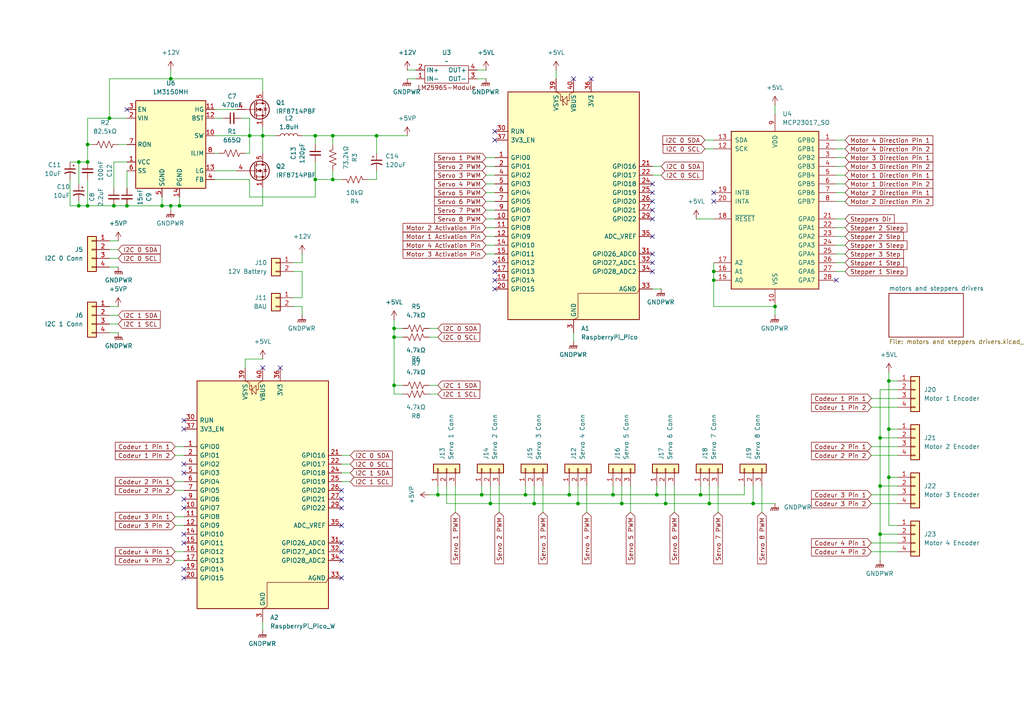
<source format=kicad_sch>
(kicad_sch (version 20250114) (generator "eeschema") (generator_version "9.0")
  (paper "A4")
  (junction (at 25.4 41.91))
  (junction (at 224.79 88.9))
  (junction (at 49.53 59.69))
  (junction (at 36.83 59.69))
  (junction (at 46.99 59.69))
  (junction (at 207.01 81.28))
  (junction (at 33.02 59.69))
  (junction (at 127 143.51))
  (junction (at 177.8 143.51))
  (junction (at 203.2 143.51))
  (junction (at 109.22 39.37))
  (junction (at 52.07 59.69))
  (junction (at 72.39 39.37))
  (junction (at 114.3 97.79))
  (junction (at 190.5 143.51))
  (junction (at 207.01 78.74))
  (junction (at 76.2 39.37))
  (junction (at 31.75 34.29))
  (junction (at 25.4 46.99))
  (junction (at 142.24 146.05))
  (junction (at 96.52 52.07))
  (junction (at 22.86 46.99))
  (junction (at 255.27 140.97))
  (junction (at 49.53 22.86))
  (junction (at 165.1 143.51))
  (junction (at 91.44 39.37))
  (junction (at 152.4 143.51))
  (junction (at 167.64 146.05))
  (junction (at 255.27 154.94))
  (junction (at 255.27 127))
  (junction (at 257.81 110.49))
  (junction (at 180.34 146.05))
  (junction (at 205.74 146.05))
  (junction (at 114.3 95.25))
  (junction (at 218.44 146.05))
  (junction (at 257.81 124.46))
  (junction (at 25.4 59.69))
  (junction (at 22.86 59.69))
  (junction (at 139.7 143.51))
  (junction (at 114.3 111.76))
  (junction (at 96.52 39.37))
  (junction (at 91.44 52.07))
  (junction (at 154.94 146.05))
  (junction (at 193.04 146.05))
  (junction (at 257.81 138.43))
  (no_connect (at 53.34 147.32))
  (no_connect (at 99.06 142.24))
  (no_connect (at 143.51 78.74))
  (no_connect (at 53.34 157.48))
  (no_connect (at 166.37 22.86))
  (no_connect (at 143.51 38.1))
  (no_connect (at 53.34 121.92))
  (no_connect (at 189.23 73.66))
  (no_connect (at 99.06 157.48))
  (no_connect (at 207.01 55.88))
  (no_connect (at 76.2 106.68))
  (no_connect (at 99.06 160.02))
  (no_connect (at 207.01 58.42))
  (no_connect (at 143.51 83.82))
  (no_connect (at 99.06 167.64))
  (no_connect (at 189.23 55.88))
  (no_connect (at 99.06 152.4))
  (no_connect (at 143.51 81.28))
  (no_connect (at 53.34 154.94))
  (no_connect (at 171.45 22.86))
  (no_connect (at 189.23 68.58))
  (no_connect (at 189.23 53.34))
  (no_connect (at 99.06 162.56))
  (no_connect (at 53.34 137.16))
  (no_connect (at 53.34 134.62))
  (no_connect (at 189.23 60.96))
  (no_connect (at 143.51 76.2))
  (no_connect (at 99.06 144.78))
  (no_connect (at 53.34 124.46))
  (no_connect (at 189.23 58.42))
  (no_connect (at 53.34 165.1))
  (no_connect (at 189.23 63.5))
  (no_connect (at 53.34 144.78))
  (no_connect (at 36.83 31.75))
  (no_connect (at 53.34 167.64))
  (no_connect (at 81.28 106.68))
  (no_connect (at 99.06 147.32))
  (no_connect (at 242.57 81.28))
  (no_connect (at 189.23 78.74))
  (no_connect (at 189.23 76.2))
  (no_connect (at 143.51 40.64))
  (wire (pts (xy 207.01 76.2) (xy 207.01 78.74)))
  (wire (pts (xy 142.24 146.05) (xy 154.94 146.05)))
  (wire (pts (xy 76.2 36.83) (xy 76.2 39.37)))
  (wire (pts (xy 252.73 132.08) (xy 260.35 132.08)))
  (wire (pts (xy 204.47 40.64) (xy 207.01 40.64)))
  (wire (pts (xy 139.7 143.51) (xy 139.7 140.97)))
  (wire (pts (xy 260.35 152.4) (xy 257.81 152.4)))
  (wire (pts (xy 255.27 113.03) (xy 255.27 127)))
  (wire (pts (xy 140.97 73.66) (xy 143.51 73.66)))
  (wire (pts (xy 25.4 41.91) (xy 26.67 41.91)))
  (wire (pts (xy 190.5 143.51) (xy 190.5 140.97)))
  (wire (pts (xy 71.12 44.45) (xy 72.39 44.45)))
  (wire (pts (xy 127 95.25) (xy 124.46 95.25)))
  (wire (pts (xy 31.75 74.93) (xy 34.29 74.93)))
  (wire (pts (xy 245.11 43.18) (xy 242.57 43.18)))
  (wire (pts (xy 245.11 50.8) (xy 242.57 50.8)))
  (wire (pts (xy 260.35 110.49) (xy 257.81 110.49)))
  (wire (pts (xy 255.27 140.97) (xy 255.27 127)))
  (wire (pts (xy 252.73 157.48) (xy 260.35 157.48)))
  (wire (pts (xy 31.75 72.39) (xy 34.29 72.39)))
  (wire (pts (xy 62.23 34.29) (xy 64.77 34.29)))
  (wire (pts (xy 203.2 143.51) (xy 203.2 140.97)))
  (wire (pts (xy 85.09 88.9) (xy 87.63 88.9)))
  (wire (pts (xy 22.86 58.42) (xy 22.86 59.69)))
  (wire (pts (xy 25.4 34.29) (xy 25.4 41.91)))
  (wire (pts (xy 142.24 146.05) (xy 142.24 140.97)))
  (wire (pts (xy 166.37 96.52) (xy 166.37 99.06)))
  (wire (pts (xy 87.63 73.66) (xy 87.63 76.2)))
  (wire (pts (xy 245.11 68.58) (xy 242.57 68.58)))
  (wire (pts (xy 140.97 48.26) (xy 143.51 48.26)))
  (wire (pts (xy 195.58 148.59) (xy 195.58 140.97)))
  (wire (pts (xy 245.11 66.04) (xy 242.57 66.04)))
  (wire (pts (xy 20.32 59.69) (xy 22.86 59.69)))
  (wire (pts (xy 180.34 146.05) (xy 193.04 146.05)))
  (wire (pts (xy 129.54 146.05) (xy 142.24 146.05)))
  (wire (pts (xy 140.97 58.42) (xy 143.51 58.42)))
  (wire (pts (xy 50.8 149.86) (xy 53.34 149.86)))
  (wire (pts (xy 170.18 148.59) (xy 170.18 140.97)))
  (wire (pts (xy 152.4 143.51) (xy 165.1 143.51)))
  (wire (pts (xy 201.93 63.5) (xy 207.01 63.5)))
  (wire (pts (xy 180.34 146.05) (xy 180.34 140.97)))
  (wire (pts (xy 109.22 44.45) (xy 109.22 39.37)))
  (wire (pts (xy 85.09 76.2) (xy 87.63 76.2)))
  (wire (pts (xy 205.74 146.05) (xy 205.74 140.97)))
  (wire (pts (xy 260.35 154.94) (xy 255.27 154.94)))
  (wire (pts (xy 109.22 52.07) (xy 106.68 52.07)))
  (wire (pts (xy 161.29 20.32) (xy 161.29 22.86)))
  (wire (pts (xy 72.39 39.37) (xy 72.39 44.45)))
  (wire (pts (xy 76.2 39.37) (xy 80.01 39.37)))
  (wire (pts (xy 22.86 46.99) (xy 25.4 46.99)))
  (wire (pts (xy 49.53 22.86) (xy 31.75 22.86)))
  (wire (pts (xy 36.83 59.69) (xy 46.99 59.69)))
  (wire (pts (xy 76.2 180.34) (xy 76.2 182.88)))
  (wire (pts (xy 87.63 39.37) (xy 91.44 39.37)))
  (wire (pts (xy 157.48 148.59) (xy 157.48 140.97)))
  (wire (pts (xy 22.86 53.34) (xy 22.86 46.99)))
  (wire (pts (xy 224.79 30.48) (xy 224.79 33.02)))
  (wire (pts (xy 72.39 39.37) (xy 76.2 39.37)))
  (wire (pts (xy 138.43 22.86) (xy 140.97 22.86)))
  (wire (pts (xy 76.2 39.37) (xy 76.2 44.45)))
  (wire (pts (xy 109.22 49.53) (xy 109.22 52.07)))
  (wire (pts (xy 72.39 52.07) (xy 62.23 52.07)))
  (wire (pts (xy 245.11 76.2) (xy 242.57 76.2)))
  (wire (pts (xy 257.81 107.95) (xy 257.81 110.49)))
  (wire (pts (xy 132.08 148.59) (xy 132.08 140.97)))
  (wire (pts (xy 144.78 148.59) (xy 144.78 140.97)))
  (wire (pts (xy 87.63 78.74) (xy 87.63 86.36)))
  (wire (pts (xy 31.75 22.86) (xy 31.75 34.29)))
  (wire (pts (xy 71.12 104.14) (xy 71.12 106.68)))
  (wire (pts (xy 76.2 59.69) (xy 52.07 59.69)))
  (wire (pts (xy 165.1 143.51) (xy 165.1 140.97)))
  (wire (pts (xy 96.52 52.07) (xy 99.06 52.07)))
  (wire (pts (xy 50.8 152.4) (xy 53.34 152.4)))
  (wire (pts (xy 167.64 146.05) (xy 180.34 146.05)))
  (wire (pts (xy 252.73 146.05) (xy 260.35 146.05)))
  (wire (pts (xy 215.9 143.51) (xy 215.9 140.97)))
  (wire (pts (xy 127 143.51) (xy 139.7 143.51)))
  (wire (pts (xy 114.3 92.71) (xy 114.3 95.25)))
  (wire (pts (xy 260.35 138.43) (xy 257.81 138.43)))
  (wire (pts (xy 99.06 137.16) (xy 101.6 137.16)))
  (wire (pts (xy 36.83 49.53) (xy 36.83 54.61)))
  (wire (pts (xy 260.35 140.97) (xy 255.27 140.97)))
  (wire (pts (xy 50.8 160.02) (xy 53.34 160.02)))
  (wire (pts (xy 114.3 114.3) (xy 116.84 114.3)))
  (wire (pts (xy 255.27 154.94) (xy 255.27 162.56)))
  (wire (pts (xy 76.2 54.61) (xy 76.2 59.69)))
  (wire (pts (xy 255.27 154.94) (xy 255.27 140.97)))
  (wire (pts (xy 34.29 96.52) (xy 31.75 96.52)))
  (wire (pts (xy 76.2 26.67) (xy 76.2 22.86)))
  (wire (pts (xy 50.8 142.24) (xy 53.34 142.24)))
  (wire (pts (xy 224.79 88.9) (xy 224.79 91.44)))
  (wire (pts (xy 177.8 143.51) (xy 177.8 140.97)))
  (wire (pts (xy 218.44 146.05) (xy 218.44 140.97)))
  (wire (pts (xy 25.4 41.91) (xy 25.4 46.99)))
  (wire (pts (xy 139.7 143.51) (xy 152.4 143.51)))
  (wire (pts (xy 257.81 138.43) (xy 257.81 124.46)))
  (wire (pts (xy 31.75 93.98) (xy 34.29 93.98)))
  (wire (pts (xy 193.04 146.05) (xy 193.04 140.97)))
  (wire (pts (xy 207.01 81.28) (xy 207.01 88.9)))
  (wire (pts (xy 91.44 39.37) (xy 91.44 41.91)))
  (wire (pts (xy 109.22 39.37) (xy 118.11 39.37)))
  (wire (pts (xy 31.75 34.29) (xy 36.83 34.29)))
  (wire (pts (xy 252.73 118.11) (xy 260.35 118.11)))
  (wire (pts (xy 154.94 146.05) (xy 167.64 146.05)))
  (wire (pts (xy 76.2 22.86) (xy 49.53 22.86)))
  (wire (pts (xy 140.97 63.5) (xy 143.51 63.5)))
  (wire (pts (xy 140.97 50.8) (xy 143.51 50.8)))
  (wire (pts (xy 207.01 78.74) (xy 207.01 81.28)))
  (wire (pts (xy 129.54 146.05) (xy 129.54 140.97)))
  (wire (pts (xy 252.73 143.51) (xy 260.35 143.51)))
  (wire (pts (xy 257.81 152.4) (xy 257.81 138.43)))
  (wire (pts (xy 87.63 78.74) (xy 85.09 78.74)))
  (wire (pts (xy 50.8 139.7) (xy 53.34 139.7)))
  (wire (pts (xy 167.64 146.05) (xy 167.64 140.97)))
  (wire (pts (xy 140.97 68.58) (xy 143.51 68.58)))
  (wire (pts (xy 189.23 83.82) (xy 191.77 83.82)))
  (wire (pts (xy 101.6 132.08) (xy 99.06 132.08)))
  (wire (pts (xy 91.44 39.37) (xy 96.52 39.37)))
  (wire (pts (xy 127 143.51) (xy 127 140.97)))
  (wire (pts (xy 91.44 57.15) (xy 91.44 52.07)))
  (wire (pts (xy 72.39 52.07) (xy 72.39 57.15)))
  (wire (pts (xy 33.02 46.99) (xy 36.83 46.99)))
  (wire (pts (xy 193.04 146.05) (xy 205.74 146.05)))
  (wire (pts (xy 114.3 95.25) (xy 114.3 97.79)))
  (wire (pts (xy 257.81 124.46) (xy 260.35 124.46)))
  (wire (pts (xy 114.3 97.79) (xy 114.3 111.76)))
  (wire (pts (xy 34.29 41.91) (xy 36.83 41.91)))
  (wire (pts (xy 220.98 148.59) (xy 220.98 140.97)))
  (wire (pts (xy 245.11 58.42) (xy 242.57 58.42)))
  (wire (pts (xy 25.4 59.69) (xy 33.02 59.69)))
  (wire (pts (xy 245.11 48.26) (xy 242.57 48.26)))
  (wire (pts (xy 91.44 52.07) (xy 96.52 52.07)))
  (wire (pts (xy 46.99 57.15) (xy 46.99 59.69)))
  (wire (pts (xy 34.29 69.85) (xy 31.75 69.85)))
  (wire (pts (xy 208.28 148.59) (xy 208.28 140.97)))
  (wire (pts (xy 49.53 59.69) (xy 52.07 59.69)))
  (wire (pts (xy 245.11 53.34) (xy 242.57 53.34)))
  (wire (pts (xy 177.8 143.51) (xy 190.5 143.51)))
  (wire (pts (xy 207.01 88.9) (xy 224.79 88.9)))
  (wire (pts (xy 190.5 143.51) (xy 203.2 143.51)))
  (wire (pts (xy 245.11 55.88) (xy 242.57 55.88)))
  (wire (pts (xy 255.27 127) (xy 260.35 127)))
  (wire (pts (xy 87.63 86.36) (xy 85.09 86.36)))
  (wire (pts (xy 204.47 43.18) (xy 207.01 43.18)))
  (wire (pts (xy 101.6 134.62) (xy 99.06 134.62)))
  (wire (pts (xy 20.32 46.99) (xy 22.86 46.99)))
  (wire (pts (xy 33.02 54.61) (xy 33.02 46.99)))
  (wire (pts (xy 116.84 95.25) (xy 114.3 95.25)))
  (wire (pts (xy 124.46 143.51) (xy 127 143.51)))
  (wire (pts (xy 140.97 55.88) (xy 143.51 55.88)))
  (wire (pts (xy 34.29 88.9) (xy 31.75 88.9)))
  (wire (pts (xy 138.43 20.32) (xy 140.97 20.32)))
  (wire (pts (xy 114.3 97.79) (xy 116.84 97.79)))
  (wire (pts (xy 96.52 52.07) (xy 96.52 49.53)))
  (wire (pts (xy 252.73 129.54) (xy 260.35 129.54)))
  (wire (pts (xy 91.44 46.99) (xy 91.44 52.07)))
  (wire (pts (xy 127 111.76) (xy 124.46 111.76)))
  (wire (pts (xy 245.11 71.12) (xy 242.57 71.12)))
  (wire (pts (xy 50.8 162.56) (xy 53.34 162.56)))
  (wire (pts (xy 260.35 113.03) (xy 255.27 113.03)))
  (wire (pts (xy 165.1 143.51) (xy 177.8 143.51)))
  (wire (pts (xy 189.23 48.26) (xy 191.77 48.26)))
  (wire (pts (xy 31.75 91.44) (xy 34.29 91.44)))
  (wire (pts (xy 203.2 143.51) (xy 215.9 143.51)))
  (wire (pts (xy 72.39 34.29) (xy 72.39 39.37)))
  (wire (pts (xy 76.2 104.14) (xy 71.12 104.14)))
  (wire (pts (xy 245.11 73.66) (xy 242.57 73.66)))
  (wire (pts (xy 20.32 52.07) (xy 20.32 59.69)))
  (wire (pts (xy 189.23 50.8) (xy 191.77 50.8)))
  (wire (pts (xy 127 114.3) (xy 124.46 114.3)))
  (wire (pts (xy 152.4 143.51) (xy 152.4 140.97)))
  (wire (pts (xy 205.74 146.05) (xy 218.44 146.05)))
  (wire (pts (xy 140.97 53.34) (xy 143.51 53.34)))
  (wire (pts (xy 218.44 146.05) (xy 224.79 146.05)))
  (wire (pts (xy 50.8 132.08) (xy 53.34 132.08)))
  (wire (pts (xy 22.86 59.69) (xy 25.4 59.69)))
  (wire (pts (xy 25.4 34.29) (xy 31.75 34.29)))
  (wire (pts (xy 118.11 22.86) (xy 120.65 22.86)))
  (wire (pts (xy 49.53 20.32) (xy 49.53 22.86)))
  (wire (pts (xy 140.97 45.72) (xy 143.51 45.72)))
  (wire (pts (xy 49.53 59.69) (xy 49.53 60.96)))
  (wire (pts (xy 140.97 71.12) (xy 143.51 71.12)))
  (wire (pts (xy 87.63 88.9) (xy 87.63 91.44)))
  (wire (pts (xy 62.23 39.37) (xy 72.39 39.37)))
  (wire (pts (xy 46.99 59.69) (xy 49.53 59.69)))
  (wire (pts (xy 34.29 77.47) (xy 31.75 77.47)))
  (wire (pts (xy 182.88 148.59) (xy 182.88 140.97)))
  (wire (pts (xy 252.73 160.02) (xy 260.35 160.02)))
  (wire (pts (xy 245.11 40.64) (xy 242.57 40.64)))
  (wire (pts (xy 52.07 57.15) (xy 52.07 59.69)))
  (wire (pts (xy 69.85 34.29) (xy 72.39 34.29)))
  (wire (pts (xy 118.11 20.32) (xy 120.65 20.32)))
  (wire (pts (xy 50.8 129.54) (xy 53.34 129.54)))
  (wire (pts (xy 140.97 60.96) (xy 143.51 60.96)))
  (wire (pts (xy 114.3 111.76) (xy 114.3 114.3)))
  (wire (pts (xy 72.39 57.15) (xy 91.44 57.15)))
  (wire (pts (xy 127 97.79) (xy 124.46 97.79)))
  (wire (pts (xy 257.81 110.49) (xy 257.81 124.46)))
  (wire (pts (xy 62.23 44.45) (xy 63.5 44.45)))
  (wire (pts (xy 154.94 146.05) (xy 154.94 140.97)))
  (wire (pts (xy 252.73 115.57) (xy 260.35 115.57)))
  (wire (pts (xy 33.02 59.69) (xy 36.83 59.69)))
  (wire (pts (xy 245.11 45.72) (xy 242.57 45.72)))
  (wire (pts (xy 96.52 41.91) (xy 96.52 39.37)))
  (wire (pts (xy 62.23 31.75) (xy 68.58 31.75)))
  (wire (pts (xy 245.11 78.74) (xy 242.57 78.74)))
  (wire (pts (xy 245.11 63.5) (xy 242.57 63.5)))
  (wire (pts (xy 25.4 52.07) (xy 25.4 59.69)))
  (wire (pts (xy 116.84 111.76) (xy 114.3 111.76)))
  (wire (pts (xy 62.23 49.53) (xy 68.58 49.53)))
  (wire (pts (xy 140.97 66.04) (xy 143.51 66.04)))
  (wire (pts (xy 99.06 139.7) (xy 101.6 139.7)))
  (wire (pts (xy 96.52 39.37) (xy 109.22 39.37)))
  (global_label "Motor 2 Direction Pin 2" (shape input) (at 245.11 58.42 0) (property "Intersheetrefs" "${INTERSHEET_REFS}" (effects (hide yes))))
  (global_label "Stepper 1 Step" (shape input) (at 245.11 76.2 0) (property "Intersheetrefs" "${INTERSHEET_REFS}" (effects (hide yes))))
  (global_label "Codeur 3 Pin 2" (shape input) (at 252.73 146.05 180) (property "Intersheetrefs" "${INTERSHEET_REFS}" (effects (hide yes))))
  (global_label "Codeur 1 Pin 2" (shape input) (at 252.73 118.11 180) (property "Intersheetrefs" "${INTERSHEET_REFS}" (effects (hide yes))))
  (global_label "Codeur 2 Pin 1" (shape input) (at 252.73 129.54 180) (property "Intersheetrefs" "${INTERSHEET_REFS}" (effects (hide yes))))
  (global_label "I2C 0 SDA" (shape input) (at 204.47 40.64 180) (property "Intersheetrefs" "${INTERSHEET_REFS}" (effects (hide yes))))
  (global_label "Codeur 3 Pin 1" (shape input) (at 252.73 143.51 180) (property "Intersheetrefs" "${INTERSHEET_REFS}" (effects (hide yes))))
  (global_label "Servo 2 PWM" (shape input) (at 144.78 148.59 270) (property "Intersheetrefs" "${INTERSHEET_REFS}" (effects (hide yes))))
  (global_label "Codeur 1 Pin 1" (shape input) (at 252.73 115.57 180) (property "Intersheetrefs" "${INTERSHEET_REFS}" (effects (hide yes))))
  (global_label "I2C 1 SCL" (shape input) (at 34.29 93.98 0) (property "Intersheetrefs" "${INTERSHEET_REFS}" (effects (hide yes))))
  (global_label "Motor 2 Activation Pin" (shape input) (at 140.97 66.04 180) (property "Intersheetrefs" "${INTERSHEET_REFS}" (effects (hide yes))))
  (global_label "Codeur 3 Pin 1" (shape input) (at 50.8 149.86 180) (property "Intersheetrefs" "${INTERSHEET_REFS}" (effects (hide yes))))
  (global_label "I2C 0 SDA" (shape input) (at 127 95.25 0) (property "Intersheetrefs" "${INTERSHEET_REFS}" (effects (hide yes))))
  (global_label "I2C 1 SDA" (shape input) (at 127 111.76 0) (property "Intersheetrefs" "${INTERSHEET_REFS}" (effects (hide yes))))
  (global_label "Servo 3 PWM" (shape input) (at 157.48 148.59 270) (property "Intersheetrefs" "${INTERSHEET_REFS}" (effects (hide yes))))
  (global_label "I2C 0 SDA" (shape input) (at 101.6 132.08 0) (property "Intersheetrefs" "${INTERSHEET_REFS}" (effects (hide yes))))
  (global_label "Servo 5 PWM" (shape input) (at 182.88 148.59 270) (property "Intersheetrefs" "${INTERSHEET_REFS}" (effects (hide yes))))
  (global_label "Stepper 2 Sleep" (shape input) (at 245.11 66.04 0) (property "Intersheetrefs" "${INTERSHEET_REFS}" (effects (hide yes))))
  (global_label "Stepper 1 Sleep" (shape input) (at 245.11 78.74 0) (property "Intersheetrefs" "${INTERSHEET_REFS}" (effects (hide yes))))
  (global_label "Servo 4 PWM" (shape input) (at 170.18 148.59 270) (property "Intersheetrefs" "${INTERSHEET_REFS}" (effects (hide yes))))
  (global_label "Codeur 4 Pin 1" (shape input) (at 252.73 157.48 180) (property "Intersheetrefs" "${INTERSHEET_REFS}" (effects (hide yes))))
  (global_label "Servo 8 PWM" (shape input) (at 220.98 148.59 270) (property "Intersheetrefs" "${INTERSHEET_REFS}" (effects (hide yes))))
  (global_label "Motor 4 Activation Pin" (shape input) (at 140.97 71.12 180) (property "Intersheetrefs" "${INTERSHEET_REFS}" (effects (hide yes))))
  (global_label "Codeur 3 Pin 2" (shape input) (at 50.8 152.4 180) (property "Intersheetrefs" "${INTERSHEET_REFS}" (effects (hide yes))))
  (global_label "I2C 0 SCL" (shape input) (at 191.77 50.8 0) (property "Intersheetrefs" "${INTERSHEET_REFS}" (effects (hide yes))))
  (global_label "Servo 5 PWM" (shape input) (at 140.97 55.88 180) (property "Intersheetrefs" "${INTERSHEET_REFS}" (effects (hide yes))))
  (global_label "Servo 7 PWM" (shape input) (at 140.97 60.96 180) (property "Intersheetrefs" "${INTERSHEET_REFS}" (effects (hide yes))))
  (global_label "Servo 3 PWM" (shape input) (at 140.97 50.8 180) (property "Intersheetrefs" "${INTERSHEET_REFS}" (effects (hide yes))))
  (global_label "Motor 3 Activation Pin" (shape input) (at 140.97 73.66 180) (property "Intersheetrefs" "${INTERSHEET_REFS}" (effects (hide yes))))
  (global_label "I2C 1 SDA" (shape input) (at 34.29 91.44 0) (property "Intersheetrefs" "${INTERSHEET_REFS}" (effects (hide yes))))
  (global_label "Codeur 4 Pin 2" (shape input) (at 50.8 162.56 180) (property "Intersheetrefs" "${INTERSHEET_REFS}" (effects (hide yes))))
  (global_label "Servo 6 PWM" (shape input) (at 195.58 148.59 270) (property "Intersheetrefs" "${INTERSHEET_REFS}" (effects (hide yes))))
  (global_label "Codeur 2 Pin 1" (shape input) (at 50.8 139.7 180) (property "Intersheetrefs" "${INTERSHEET_REFS}" (effects (hide yes))))
  (global_label "Servo 6 PWM" (shape input) (at 140.97 58.42 180) (property "Intersheetrefs" "${INTERSHEET_REFS}" (effects (hide yes))))
  (global_label "I2C 0 SCL" (shape input) (at 34.29 74.93 0) (property "Intersheetrefs" "${INTERSHEET_REFS}" (effects (hide yes))))
  (global_label "Codeur 4 Pin 2" (shape input) (at 252.73 160.02 180) (property "Intersheetrefs" "${INTERSHEET_REFS}" (effects (hide yes))))
  (global_label "Servo 2 PWM" (shape input) (at 140.97 48.26 180) (property "Intersheetrefs" "${INTERSHEET_REFS}" (effects (hide yes))))
  (global_label "Servo 7 PWM" (shape input) (at 208.28 148.59 270) (property "Intersheetrefs" "${INTERSHEET_REFS}" (effects (hide yes))))
  (global_label "I2C 1 SDA" (shape input) (at 101.6 137.16 0) (property "Intersheetrefs" "${INTERSHEET_REFS}" (effects (hide yes))))
  (global_label "Motor 1 Activation Pin" (shape input) (at 140.97 68.58 180) (property "Intersheetrefs" "${INTERSHEET_REFS}" (effects (hide yes))))
  (global_label "Codeur 2 Pin 2" (shape input) (at 50.8 142.24 180) (property "Intersheetrefs" "${INTERSHEET_REFS}" (effects (hide yes))))
  (global_label "Servo 4 PWM" (shape input) (at 140.97 53.34 180) (property "Intersheetrefs" "${INTERSHEET_REFS}" (effects (hide yes))))
  (global_label "Stepper 2 Step" (shape input) (at 245.11 68.58 0) (property "Intersheetrefs" "${INTERSHEET_REFS}" (effects (hide yes))))
  (global_label "I2C 0 SCL" (shape input) (at 204.47 43.18 180) (property "Intersheetrefs" "${INTERSHEET_REFS}" (effects (hide yes))))
  (global_label "I2C 0 SDA" (shape input) (at 191.77 48.26 0) (property "Intersheetrefs" "${INTERSHEET_REFS}" (effects (hide yes))))
  (global_label "I2C 1 SCL" (shape input) (at 101.6 139.7 0) (property "Intersheetrefs" "${INTERSHEET_REFS}" (effects (hide yes))))
  (global_label "Motor 4 Direction Pin 1" (shape input) (at 245.11 40.64 0) (property "Intersheetrefs" "${INTERSHEET_REFS}" (effects (hide yes))))
  (global_label "Codeur 2 Pin 2" (shape input) (at 252.73 132.08 180) (property "Intersheetrefs" "${INTERSHEET_REFS}" (effects (hide yes))))
  (global_label "I2C 1 SCL" (shape input) (at 127 114.3 0) (property "Intersheetrefs" "${INTERSHEET_REFS}" (effects (hide yes))))
  (global_label "I2C 0 SDA" (shape input) (at 34.29 72.39 0) (property "Intersheetrefs" "${INTERSHEET_REFS}" (effects (hide yes))))
  (global_label "Servo 1 PWM" (shape input) (at 140.97 45.72 180) (property "Intersheetrefs" "${INTERSHEET_REFS}" (effects (hide yes))))
  (global_label "Codeur 1 Pin 2" (shape input) (at 50.8 132.08 180) (property "Intersheetrefs" "${INTERSHEET_REFS}" (effects (hide yes))))
  (global_label "Codeur 4 Pin 1" (shape input) (at 50.8 160.02 180) (property "Intersheetrefs" "${INTERSHEET_REFS}" (effects (hide yes))))
  (global_label "Motor 4 Direction Pin 2" (shape input) (at 245.11 43.18 0) (property "Intersheetrefs" "${INTERSHEET_REFS}" (effects (hide yes))))
  (global_label "Motor 3 Direction Pin 2" (shape input) (at 245.11 48.26 0) (property "Intersheetrefs" "${INTERSHEET_REFS}" (effects (hide yes))))
  (global_label "I2C 0 SCL" (shape input) (at 101.6 134.62 0) (property "Intersheetrefs" "${INTERSHEET_REFS}" (effects (hide yes))))
  (global_label "Steppers Dir" (shape input) (at 245.11 63.5 0) (property "Intersheetrefs" "${INTERSHEET_REFS}" (effects (hide yes))))
  (global_label "Stepper 3 Step" (shape input) (at 245.11 73.66 0) (property "Intersheetrefs" "${INTERSHEET_REFS}" (effects (hide yes))))
  (global_label "Servo 1 PWM" (shape input) (at 132.08 148.59 270) (property "Intersheetrefs" "${INTERSHEET_REFS}" (effects (hide yes))))
  (global_label "Motor 1 Direction Pin 2" (shape input) (at 245.11 53.34 0) (property "Intersheetrefs" "${INTERSHEET_REFS}" (effects (hide yes))))
  (global_label "Motor 2 Direction Pin 1" (shape input) (at 245.11 55.88 0) (property "Intersheetrefs" "${INTERSHEET_REFS}" (effects (hide yes))))
  (global_label "Motor 1 Direction Pin 1" (shape input) (at 245.11 50.8 0) (property "Intersheetrefs" "${INTERSHEET_REFS}" (effects (hide yes))))
  (global_label "I2C 0 SCL" (shape input) (at 127 97.79 0) (property "Intersheetrefs" "${INTERSHEET_REFS}" (effects (hide yes))))
  (global_label "Codeur 1 Pin 1" (shape input) (at 50.8 129.54 180) (property "Intersheetrefs" "${INTERSHEET_REFS}" (effects (hide yes))))
  (global_label "Servo 8 PWM" (shape input) (at 140.97 63.5 180) (property "Intersheetrefs" "${INTERSHEET_REFS}" (effects (hide yes))))
  (global_label "Motor 3 Direction Pin 1" (shape input) (at 245.11 45.72 0) (property "Intersheetrefs" "${INTERSHEET_REFS}" (effects (hide yes))))
  (global_label "Stepper 3 Sleep" (shape input) (at 245.11 71.12 0) (property "Intersheetrefs" "${INTERSHEET_REFS}" (effects (hide yes))))
  (symbol (lib_id "Device:C_Polarized_Small_US") (at 20.32 49.53 0) (mirror y) (unit 1)
    (property "Reference" "C11" (at 17.78 47.8281 0) (effects (justify left)))
    (property "Value" "10uF" (at 17.78 50.3681 0) (effects (justify left)))
    (property "Footprint" "Capacitor_THT:CP_Radial_D6.3mm_P2.50mm" (effects (hide yes)))
    (property "Description" "Polarized capacitor, small US symbol" (effects (hide yes)))
  )
  (symbol (lib_id "Connector_Generic:Conn_01x03") (at 142.24 135.89 90) (unit 1)
    (property "Reference" "J14" (at 140.9699 133.35 0) (effects (justify left)))
    (property "Value" "Servo 2 Conn" (at 143.5099 133.35 0) (effects (justify left)))
    (property "Footprint" "Connector_PinHeader_2.54mm:PinHeader_1x03_P2.54mm_Vertical" (effects (hide yes)))
    (property "Description" "Generic connector, single row, 01x03, script generated (kicad-library-utils/schlib/autogen/connector/)" (effects (hide yes)))
  )
  (symbol (lib_id "Connector_Generic:Conn_01x02") (at 80.01 76.2 0) (mirror y) (unit 1)
    (property "Reference" "J10" (at 77.47 76.1999 0) (effects (justify left)))
    (property "Value" "12V Battery" (at 77.47 78.7399 0) (effects (justify left)))
    (property "Footprint" "Connector_PinHeader_2.54mm:PinHeader_1x02_P2.54mm_Vertical" (effects (hide yes)))
    (property "Description" "Generic connector, single row, 01x02, script generated (kicad-library-utils/schlib/autogen/connector/)" (effects (hide yes)))
  )
  (symbol (lib_id "power:+5VL") (at 76.2 104.14 0) (unit 1)
    (property "Reference" "#PWR038" (effects (hide yes)))
    (property "Value" "+5VL" (at 76.2 99.06 0))
    (property "Description" "Power symbol creates a global label with name \"+5VL\"" (effects (hide yes)))
  )
  (symbol (lib_id "Connector_Generic:Conn_01x04") (at 26.67 91.44 0) (mirror y) (unit 1)
    (property "Reference" "J6" (at 24.13 91.4399 0) (effects (justify left)))
    (property "Value" "I2C 1 Conn" (at 24.13 93.9799 0) (effects (justify left)))
    (property "Footprint" "Connector_PinHeader_2.54mm:PinHeader_1x04_P2.54mm_Vertical" (effects (hide yes)))
    (property "Description" "Generic connector, single row, 01x04, script generated (kicad-library-utils/schlib/autogen/connector/)" (effects (hide yes)))
  )
  (symbol (lib_id "power:GNDPWR") (at 224.79 146.05 0) (unit 1)
    (property "Reference" "#PWR043" (effects (hide yes)))
    (property "Value" "GNDPWR" (at 227.33 147.1167 0) (effects (justify left)))
    (property "Description" "Power symbol creates a global label with name \"GNDPWR\" , global ground" (effects (hide yes)))
  )
  (symbol (lib_id "power:+5VP") (at 34.29 69.85 0) (mirror y) (unit 1)
    (property "Reference" "#PWR021" (effects (hide yes)))
    (property "Value" "+5VP" (at 34.29 64.77 0))
    (property "Description" "Power symbol creates a global label with name \"+5VP\"" (effects (hide yes)))
  )
  (symbol (lib_id "Transistor_FET:IRF8721PBF-1") (at 73.66 49.53 0) (unit 1)
    (property "Reference" "Q2" (at 80.01 48.2599 0) (effects (justify left)))
    (property "Value" "IRF8714PBF" (at 80.01 50.7999 0) (effects (justify left)))
    (property "Footprint" "Package_SO:SOIC-8_3.9x4.9mm_P1.27mm" (effects (hide yes)))
    (property "Datasheet" "http://www.irf.com/product-info/datasheets/data/irf8721pbf-1.pdf" (effects (hide yes)))
    (property "Description" "14A Id, 30V Vds, HEXFET N-Channel MOSFET, SO-8" (effects (hide yes)))
  )
  (symbol (lib_id "power:+5VL") (at 114.3 92.71 0) (unit 1)
    (property "Reference" "#PWR045" (effects (hide yes)))
    (property "Value" "+5VL" (at 114.3 87.63 0))
    (property "Description" "Power symbol creates a global label with name \"+5VL\"" (effects (hide yes)))
  )
  (symbol (lib_id "power:GNDPWR") (at 34.29 96.52 0) (mirror y) (unit 1)
    (property "Reference" "#PWR024" (effects (hide yes)))
    (property "Value" "GNDPWR" (at 34.417 100.33 0))
    (property "Description" "Power symbol creates a global label with name \"GNDPWR\" , global ground" (effects (hide yes)))
  )
  (symbol (lib_id "power:GNDPWR") (at 191.77 83.82 0) (unit 1)
    (property "Reference" "#PWR046" (effects (hide yes)))
    (property "Value" "GNDPWR" (at 191.643 87.63 0))
    (property "Description" "Power symbol creates a global label with name \"GNDPWR\" , global ground" (effects (hide yes)))
  )
  (symbol (lib_id "Connector_Generic:Conn_01x02") (at 80.01 86.36 0) (mirror y) (unit 1)
    (property "Reference" "J11" (at 77.47 86.3599 0) (effects (justify left)))
    (property "Value" "BAU" (at 77.47 88.8999 0) (effects (justify left)))
    (property "Footprint" "Connector_PinHeader_2.54mm:PinHeader_1x02_P2.54mm_Vertical" (effects (hide yes)))
    (property "Description" "Generic connector, single row, 01x02, script generated (kicad-library-utils/schlib/autogen/connector/)" (effects (hide yes)))
  )
  (symbol (lib_id "Device:C_Polarized_Small_US") (at 22.86 55.88 0) (mirror y) (unit 1)
    (property "Reference" "C10" (at 20.32 54.1781 0) (effects (justify left)))
    (property "Value" "10uF" (at 20.32 56.7181 0) (effects (justify left)))
    (property "Footprint" "Capacitor_THT:CP_Radial_D6.3mm_P2.50mm" (effects (hide yes)))
    (property "Description" "Polarized capacitor, small US symbol" (effects (hide yes)))
  )
  (symbol (lib_id "Regulator_Switching:LM3150MH") (at 49.53 41.91 0) (unit 1)
    (property "Reference" "U6" (at 49.53 24.13 0))
    (property "Value" "LM3150MH" (at 49.53 26.67 0))
    (property "Footprint" "Package_SO:HTSSOP-14-1EP_4.4x5mm_P0.65mm_EP3.4x5mm_Mask3x3.1mm" (effects (hide yes)))
    (property "Datasheet" "http://www.ti.com/lit/ds/symlink/lm3150.pdf" (effects (hide yes)))
    (property "Description" "42V Wide Vin synchronous Buck controller, HTSSOP-14" (effects (hide yes)))
  )
  (symbol (lib_id "power:GNDPWR") (at 140.97 22.86 0) (unit 1)
    (property "Reference" "#PWR014" (effects (hide yes)))
    (property "Value" "GNDPWR" (at 140.843 26.67 0))
    (property "Description" "Power symbol creates a global label with name \"GNDPWR\" , global ground" (effects (hide yes)))
  )
  (symbol (lib_id "Connector_Generic:Conn_01x03") (at 180.34 135.89 90) (unit 1)
    (property "Reference" "J16" (at 179.0699 133.35 0) (effects (justify left)))
    (property "Value" "Servo 5 Conn" (at 181.6099 133.35 0) (effects (justify left)))
    (property "Footprint" "Connector_PinHeader_2.54mm:PinHeader_1x03_P2.54mm_Vertical" (effects (hide yes)))
    (property "Description" "Generic connector, single row, 01x03, script generated (kicad-library-utils/schlib/autogen/connector/)" (effects (hide yes)))
  )
  (symbol (lib_id "Transistor_FET:IRF8721PBF-1") (at 73.66 31.75 0) (unit 1)
    (property "Reference" "Q1" (at 80.01 30.4799 0) (effects (justify left bottom)))
    (property "Value" "IRF8714PBF" (at 80.01 33.0199 0) (effects (justify left bottom)))
    (property "Footprint" "Package_SO:SOIC-8_3.9x4.9mm_P1.27mm" (effects (hide yes)))
    (property "Datasheet" "http://www.irf.com/product-info/datasheets/data/irf8721pbf-1.pdf" (effects (hide yes)))
    (property "Description" "14A Id, 30V Vds, HEXFET N-Channel MOSFET, SO-8" (effects (hide yes)))
  )
  (symbol (lib_id "power:GNDPWR") (at 224.79 91.44 0) (unit 1)
    (property "Reference" "#PWR017" (effects (hide yes)))
    (property "Value" "GNDPWR" (at 224.663 95.25 0))
    (property "Description" "Power symbol creates a global label with name \"GNDPWR\" , global ground" (effects (hide yes)))
  )
  (symbol (lib_id "Device:C_Small") (at 36.83 57.15 0) (unit 1)
    (property "Reference" "C9" (at 43.18 57.1563 90))
    (property "Value" "15nF" (at 40.64 57.1563 90))
    (property "Footprint" "Capacitor_THT:C_Disc_D3.8mm_W2.6mm_P2.50mm" (effects (hide yes)))
    (property "Description" "Unpolarized capacitor, small symbol" (effects (hide yes)))
  )
  (symbol (lib_id "Connector_Generic:Conn_01x04") (at 26.67 72.39 0) (mirror y) (unit 1)
    (property "Reference" "J5" (at 24.13 72.3899 0) (effects (justify left)))
    (property "Value" "I2C 0 Conn" (at 24.13 74.9299 0) (effects (justify left)))
    (property "Footprint" "Connector_PinHeader_2.54mm:PinHeader_1x04_P2.54mm_Vertical" (effects (hide yes)))
    (property "Description" "Generic connector, single row, 01x04, script generated (kicad-library-utils/schlib/autogen/connector/)" (effects (hide yes)))
  )
  (symbol (lib_id "Device:R_US") (at 102.87 52.07 90) (mirror x) (unit 1)
    (property "Reference" "R4" (at 102.87 58.42 90))
    (property "Value" "10kΩ" (at 102.87 55.88 90))
    (property "Footprint" "Resistor_THT:R_Axial_DIN0207_L6.3mm_D2.5mm_P10.16mm_Horizontal" (effects (hide yes)))
    (property "Description" "Resistor, US symbol" (effects (hide yes)))
  )
  (symbol (lib_id "Connector_Generic:Conn_01x03") (at 205.74 135.89 90) (unit 1)
    (property "Reference" "J18" (at 204.4699 133.35 0) (effects (justify left)))
    (property "Value" "Servo 7 Conn" (at 207.0099 133.35 0) (effects (justify left)))
    (property "Footprint" "Connector_PinHeader_2.54mm:PinHeader_1x03_P2.54mm_Vertical" (effects (hide yes)))
    (property "Description" "Generic connector, single row, 01x03, script generated (kicad-library-utils/schlib/autogen/connector/)" (effects (hide yes)))
  )
  (symbol (lib_id "Device:L") (at 83.82 39.37 90) (unit 1)
    (property "Reference" "L2" (at 83.82 34.29 90))
    (property "Value" "1.8uH" (at 83.82 36.83 90))
    (property "Footprint" "Inductor_SMD:L_APV_APH1040" (effects (hide yes)))
    (property "Description" "Inductor" (effects (hide yes)))
  )
  (symbol (lib_id "power:GNDPWR") (at 166.37 99.06 0) (unit 1)
    (property "Reference" "#PWR012" (effects (hide yes)))
    (property "Value" "GNDPWR" (at 166.243 102.87 0))
    (property "Description" "Power symbol creates a global label with name \"GNDPWR\" , global ground" (effects (hide yes)))
  )
  (symbol (lib_id "power:+12V") (at 87.63 73.66 0) (unit 1)
    (property "Reference" "#PWR040" (effects (hide yes)))
    (property "Value" "+12V" (at 87.63 68.58 0))
    (property "Description" "Power symbol creates a global label with name \"+12V\"" (effects (hide yes)))
  )
  (symbol (lib_id "Connector_Generic:Conn_01x03") (at 218.44 135.89 90) (unit 1)
    (property "Reference" "J19" (at 217.1699 133.35 0) (effects (justify left)))
    (property "Value" "Servo 8 Conn" (at 219.7099 133.35 0) (effects (justify left)))
    (property "Footprint" "Connector_PinHeader_2.54mm:PinHeader_1x03_P2.54mm_Vertical" (effects (hide yes)))
    (property "Description" "Generic connector, single row, 01x03, script generated (kicad-library-utils/schlib/autogen/connector/)" (effects (hide yes)))
  )
  (symbol (lib_id "Connector_Generic:Conn_01x04") (at 265.43 154.94 0) (unit 1)
    (property "Reference" "J23" (at 267.97 154.9399 0) (effects (justify left)))
    (property "Value" "Motor 4 Encoder" (at 267.97 157.4799 0) (effects (justify left)))
    (property "Footprint" "Connector_PinHeader_2.54mm:PinHeader_1x04_P2.54mm_Vertical" (effects (hide yes)))
    (property "Description" "Generic connector, single row, 01x04, script generated (kicad-library-utils/schlib/autogen/connector/)" (effects (hide yes)))
  )
  (symbol (lib_id "LM2596S-Module:LM2596S-Module") (at 129.54 21.59 0) (unit 1)
    (property "Reference" "U3" (at 129.54 15.24 0))
    (property "Value" "~" (at 129.54 17.78 0))
    (property "Footprint" "LM2596S-Module:LM2596S-Module" (effects (hide yes)))
  )
  (symbol (lib_id "Device:R_US") (at 120.65 114.3 90) (mirror x) (unit 1)
    (property "Reference" "R8" (at 120.65 120.65 90))
    (property "Value" "4.7kΩ" (at 120.65 118.11 90))
    (property "Footprint" "Resistor_THT:R_Axial_DIN0207_L6.3mm_D2.5mm_P10.16mm_Horizontal" (effects (hide yes)))
    (property "Description" "Resistor, US symbol" (effects (hide yes)))
  )
  (symbol (lib_id "Connector_Generic:Conn_01x03") (at 129.54 135.89 90) (unit 1)
    (property "Reference" "J13" (at 128.2699 133.35 0) (effects (justify left)))
    (property "Value" "Servo 1 Conn" (at 130.8099 133.35 0) (effects (justify left)))
    (property "Footprint" "Connector_PinHeader_2.54mm:PinHeader_1x03_P2.54mm_Vertical" (effects (hide yes)))
    (property "Description" "Generic connector, single row, 01x03, script generated (kicad-library-utils/schlib/autogen/connector/)" (effects (hide yes)))
  )
  (symbol (lib_id "Interface_Expansion:MCP23017_SO") (at 224.79 60.96 0) (unit 1)
    (property "Reference" "U4" (at 226.9333 33.02 0) (effects (justify left)))
    (property "Value" "MCP23017_SO" (at 226.9333 35.56 0) (effects (justify left)))
    (property "Footprint" "Package_SO:SOIC-28W_7.5x17.9mm_P1.27mm" (effects (hide yes)))
    (property "Datasheet" "https://ww1.microchip.com/downloads/aemDocuments/documents/APID/ProductDocuments/DataSheets/MCP23017-Data-Sheet-DS20001952.pdf" (effects (hide yes)))
    (property "Description" "16-bit I/O expander, I2C, interrupts, w pull-ups, GPA/B7 output only (https://microchip.my.site.com/s/article/GPA7---GPB7-Cannot-Be-Used-as-Inputs-In-MCP23017),  SOIC-28" (effects (hide yes)))
  )
  (symbol (lib_id "Device:R_US") (at 120.65 97.79 90) (mirror x) (unit 1)
    (property "Reference" "R6" (at 120.65 104.14 90))
    (property "Value" "4.7kΩ" (at 120.65 101.6 90))
    (property "Footprint" "Resistor_THT:R_Axial_DIN0207_L6.3mm_D2.5mm_P10.16mm_Horizontal" (effects (hide yes)))
    (property "Description" "Resistor, US symbol" (effects (hide yes)))
  )
  (symbol (lib_id "Device:R_US") (at 30.48 41.91 90) (unit 1)
    (property "Reference" "R2" (at 30.48 35.56 90))
    (property "Value" "82.5kΩ" (at 30.48 38.1 90))
    (property "Footprint" "Resistor_THT:R_Axial_DIN0207_L6.3mm_D2.5mm_P10.16mm_Horizontal" (effects (hide yes)))
    (property "Description" "Resistor, US symbol" (effects (hide yes)))
  )
  (symbol (lib_id "Device:C_Small") (at 33.02 57.15 0) (mirror y) (unit 1)
    (property "Reference" "C8" (at 26.67 57.1563 90))
    (property "Value" "2.2uF" (at 29.21 57.1563 90))
    (property "Footprint" "Capacitor_THT:C_Radial_D6.3mm_H5.0mm_P2.50mm" (effects (hide yes)))
    (property "Description" "Unpolarized capacitor, small symbol" (effects (hide yes)))
  )
  (symbol (lib_id "Connector_Generic:Conn_01x03") (at 154.94 135.89 90) (unit 1)
    (property "Reference" "J15" (at 153.6699 133.35 0) (effects (justify left)))
    (property "Value" "Servo 3 Conn" (at 156.2099 133.35 0) (effects (justify left)))
    (property "Footprint" "Connector_PinHeader_2.54mm:PinHeader_1x03_P2.54mm_Vertical" (effects (hide yes)))
    (property "Description" "Generic connector, single row, 01x03, script generated (kicad-library-utils/schlib/autogen/connector/)" (effects (hide yes)))
  )
  (symbol (lib_id "power:+5VP") (at 34.29 88.9 0) (mirror y) (unit 1)
    (property "Reference" "#PWR023" (effects (hide yes)))
    (property "Value" "+5VP" (at 34.29 83.82 0))
    (property "Description" "Power symbol creates a global label with name \"+5VP\"" (effects (hide yes)))
  )
  (symbol (lib_id "Device:C_Polarized_Small_US") (at 109.22 46.99 0) (unit 1)
    (property "Reference" "C14" (at 111.76 45.2881 0) (effects (justify left)))
    (property "Value" "120uF" (at 111.76 47.8281 0) (effects (justify left)))
    (property "Footprint" "Capacitor_THT:CP_Radial_D6.3mm_P2.50mm" (effects (hide yes)))
    (property "Description" "Polarized capacitor, small US symbol" (effects (hide yes)))
  )
  (symbol (lib_id "Device:R_US") (at 96.52 45.72 0) (mirror x) (unit 1)
    (property "Reference" "R3" (at 102.87 45.72 90))
    (property "Value" "73.2kΩ" (at 100.33 45.72 90))
    (property "Footprint" "Resistor_THT:R_Axial_DIN0207_L6.3mm_D2.5mm_P10.16mm_Horizontal" (effects (hide yes)))
    (property "Description" "Resistor, US symbol" (effects (hide yes)))
  )
  (symbol (lib_id "Device:C_Small") (at 91.44 44.45 0) (mirror y) (unit 1)
    (property "Reference" "C13" (at 85.09 44.4563 90))
    (property "Value" "120pF" (at 87.63 44.4563 90))
    (property "Footprint" "Capacitor_THT:C_Disc_D4.3mm_W1.9mm_P5.00mm" (effects (hide yes)))
    (property "Description" "Unpolarized capacitor, small symbol" (effects (hide yes)))
  )
  (symbol (lib_id "Device:R_US") (at 120.65 95.25 90) (unit 1)
    (property "Reference" "R5" (at 120.65 88.9 90))
    (property "Value" "4.7kΩ" (at 120.65 91.44 90))
    (property "Footprint" "Resistor_THT:R_Axial_DIN0207_L6.3mm_D2.5mm_P10.16mm_Horizontal" (effects (hide yes)))
    (property "Description" "Resistor, US symbol" (effects (hide yes)))
  )
  (symbol (lib_id "power:+5VP") (at 124.46 143.51 90) (unit 1)
    (property "Reference" "#PWR042" (effects (hide yes)))
    (property "Value" "+5VP" (at 119.38 143.51 0))
    (property "Description" "Power symbol creates a global label with name \"+5VP\"" (effects (hide yes)))
  )
  (symbol (lib_id "Connector_Generic:Conn_01x04") (at 265.43 140.97 0) (unit 1)
    (property "Reference" "J22" (at 267.97 140.9699 0) (effects (justify left)))
    (property "Value" "Motor 3 Encoder" (at 267.97 143.5099 0) (effects (justify left)))
    (property "Footprint" "Connector_PinHeader_2.54mm:PinHeader_1x04_P2.54mm_Vertical" (effects (hide yes)))
    (property "Description" "Generic connector, single row, 01x04, script generated (kicad-library-utils/schlib/autogen/connector/)" (effects (hide yes)))
  )
  (symbol (lib_id "power:GNDPWR") (at 76.2 182.88 0) (unit 1)
    (property "Reference" "#PWR039" (effects (hide yes)))
    (property "Value" "GNDPWR" (at 76.073 186.69 0))
    (property "Description" "Power symbol creates a global label with name \"GNDPWR\" , global ground" (effects (hide yes)))
  )
  (symbol (lib_id "power:+5VL") (at 140.97 20.32 0) (unit 1)
    (property "Reference" "#PWR044" (effects (hide yes)))
    (property "Value" "+5VL" (at 140.97 15.24 0))
    (property "Description" "Power symbol creates a global label with name \"+5VL\"" (effects (hide yes)))
  )
  (symbol (lib_id "power:+12V") (at 118.11 20.32 0) (unit 1)
    (property "Reference" "#PWR011" (effects (hide yes)))
    (property "Value" "+12V" (at 118.11 15.24 0))
    (property "Description" "Power symbol creates a global label with name \"+12V\"" (effects (hide yes)))
  )
  (symbol (lib_id "power:+5VL") (at 201.93 63.5 0) (unit 1)
    (property "Reference" "#PWR025" (effects (hide yes)))
    (property "Value" "+5VL" (at 201.93 58.42 0))
    (property "Description" "Power symbol creates a global label with name \"+5VL\"" (effects (hide yes)))
  )
  (symbol (lib_id "power:GNDPWR") (at 255.27 162.56 0) (unit 1)
    (property "Reference" "#PWR051" (effects (hide yes)))
    (property "Value" "GNDPWR" (at 255.143 166.37 0))
    (property "Description" "Power symbol creates a global label with name \"GNDPWR\" , global ground" (effects (hide yes)))
  )
  (symbol (lib_id "Connector_Generic:Conn_01x04") (at 265.43 127 0) (unit 1)
    (property "Reference" "J21" (at 267.97 126.9999 0) (effects (justify left)))
    (property "Value" "Motor 2 Encoder" (at 267.97 129.5399 0) (effects (justify left)))
    (property "Footprint" "Connector_PinHeader_2.54mm:PinHeader_1x04_P2.54mm_Vertical" (effects (hide yes)))
    (property "Description" "Generic connector, single row, 01x04, script generated (kicad-library-utils/schlib/autogen/connector/)" (effects (hide yes)))
  )
  (symbol (lib_id "power:GNDPWR") (at 118.11 22.86 0) (unit 1)
    (property "Reference" "#PWR013" (effects (hide yes)))
    (property "Value" "GNDPWR" (at 117.983 26.67 0))
    (property "Description" "Power symbol creates a global label with name \"GNDPWR\" , global ground" (effects (hide yes)))
  )
  (symbol (lib_id "Connector_Generic:Conn_01x04") (at 265.43 113.03 0) (unit 1)
    (property "Reference" "J20" (at 267.97 113.0299 0) (effects (justify left)))
    (property "Value" "Motor 1 Encoder" (at 267.97 115.5699 0) (effects (justify left)))
    (property "Footprint" "Connector_PinHeader_2.54mm:PinHeader_1x04_P2.54mm_Vertical" (effects (hide yes)))
    (property "Description" "Generic connector, single row, 01x04, script generated (kicad-library-utils/schlib/autogen/connector/)" (effects (hide yes)))
  )
  (symbol (lib_id "Device:C_Small") (at 25.4 49.53 0) (unit 1)
    (property "Reference" "C12" (at 31.75 49.5363 90))
    (property "Value" "100nF" (at 29.21 49.5363 90))
    (property "Footprint" "Capacitor_THT:C_Disc_D3.8mm_W2.6mm_P2.50mm" (effects (hide yes)))
    (property "Description" "Unpolarized capacitor, small symbol" (effects (hide yes)))
  )
  (symbol (lib_id "Device:R_US") (at 120.65 111.76 90) (unit 1)
    (property "Reference" "R7" (at 120.65 105.41 90))
    (property "Value" "4.7kΩ" (at 120.65 107.95 90))
    (property "Footprint" "Resistor_THT:R_Axial_DIN0207_L6.3mm_D2.5mm_P10.16mm_Horizontal" (effects (hide yes)))
    (property "Description" "Resistor, US symbol" (effects (hide yes)))
  )
  (symbol (lib_id "power:GNDPWR") (at 87.63 91.44 0) (unit 1)
    (property "Reference" "#PWR041" (effects (hide yes)))
    (property "Value" "GNDPWR" (at 87.503 95.25 0))
    (property "Description" "Power symbol creates a global label with name \"GNDPWR\" , global ground" (effects (hide yes)))
  )
  (symbol (lib_id "MCU_Module:RaspberryPi_Pico_W") (at 76.2 144.78 0) (unit 1)
    (property "Reference" "A2" (at 78.3433 179.07 0) (effects (justify left)))
    (property "Value" "RaspberryPi_Pico_W" (at 78.3433 181.61 0) (effects (justify left)))
    (property "Footprint" "Module:RaspberryPi_Pico_Common_THT" (effects (hide yes)))
    (property "Datasheet" "https://datasheets.raspberrypi.com/picow/pico-w-datasheet.pdf" (effects (hide yes)))
    (property "Description" "Versatile and inexpensive wireless microcontroller module powered by RP2040 dual-core Arm Cortex-M0+ processor up to 133 MHz, 264kB SRAM, 2MB QSPI flash, Infineon CYW43439 2.4GHz 802.11n wireless LAN; also supports Raspberry Pi Pico 2 W" (effects (hide yes)))
  )
  (symbol (lib_id "power:+12V") (at 49.53 20.32 0) (unit 1)
    (property "Reference" "#PWR019" (effects (hide yes)))
    (property "Value" "+12V" (at 49.53 15.24 0))
    (property "Description" "Power symbol creates a global label with name \"+12V\"" (effects (hide yes)))
  )
  (symbol (lib_id "Connector_Generic:Conn_01x03") (at 193.04 135.89 90) (unit 1)
    (property "Reference" "J17" (at 191.7699 133.35 0) (effects (justify left)))
    (property "Value" "Servo 6 Conn" (at 194.3099 133.35 0) (effects (justify left)))
    (property "Footprint" "Connector_PinHeader_2.54mm:PinHeader_1x03_P2.54mm_Vertical" (effects (hide yes)))
    (property "Description" "Generic connector, single row, 01x03, script generated (kicad-library-utils/schlib/autogen/connector/)" (effects (hide yes)))
  )
  (symbol (lib_id "power:+5VL") (at 224.79 30.48 0) (unit 1)
    (property "Reference" "#PWR016" (effects (hide yes)))
    (property "Value" "+5VL" (at 224.79 25.4 0))
    (property "Description" "Power symbol creates a global label with name \"+5VL\"" (effects (hide yes)))
  )
  (symbol (lib_id "power:+5VL") (at 161.29 20.32 0) (mirror y) (unit 1)
    (property "Reference" "#PWR05" (effects (hide yes)))
    (property "Value" "+5VL" (at 161.29 15.24 0))
    (property "Description" "Power symbol creates a global label with name \"+5VL\"" (effects (hide yes)))
  )
  (symbol (lib_id "Device:C_Small") (at 67.31 34.29 90) (unit 1)
    (property "Reference" "C7" (at 67.3163 27.94 90))
    (property "Value" "470nF" (at 67.3163 30.48 90))
    (property "Footprint" "Capacitor_THT:C_Disc_D4.3mm_W1.9mm_P5.00mm" (effects (hide yes)))
    (property "Description" "Unpolarized capacitor, small symbol" (effects (hide yes)))
  )
  (symbol (lib_id "power:GNDPWR") (at 34.29 77.47 0) (mirror y) (unit 1)
    (property "Reference" "#PWR022" (effects (hide yes)))
    (property "Value" "GNDPWR" (at 34.417 81.28 0))
    (property "Description" "Power symbol creates a global label with name \"GNDPWR\" , global ground" (effects (hide yes)))
  )
  (symbol (lib_id "Device:R_US") (at 67.31 44.45 90) (unit 1)
    (property "Reference" "R1" (at 67.31 38.1 90))
    (property "Value" "665Ω" (at 67.31 40.64 90))
    (property "Footprint" "Resistor_THT:R_Axial_DIN0207_L6.3mm_D2.5mm_P10.16mm_Horizontal" (effects (hide yes)))
    (property "Description" "Resistor, US symbol" (effects (hide yes)))
  )
  (symbol (lib_id "MCU_Module:RaspberryPi_Pico") (at 166.37 60.96 0) (unit 1)
    (property "Reference" "A1" (at 168.5133 95.25 0) (effects (justify left)))
    (property "Value" "RaspberryPi_Pico" (at 168.5133 97.79 0) (effects (justify left)))
    (property "Footprint" "Module:RaspberryPi_Pico_Common_THT" (effects (hide yes)))
    (property "Datasheet" "https://datasheets.raspberrypi.com/pico/pico-datasheet.pdf" (effects (hide yes)))
    (property "Description" "Versatile and inexpensive microcontroller module powered by RP2040 dual-core Arm Cortex-M0+ processor up to 133 MHz, 264kB SRAM, 2MB QSPI flash; also supports Raspberry Pi Pico 2" (effects (hide yes)))
  )
  (symbol (lib_id "power:+5VP") (at 118.11 39.37 0) (unit 1)
    (property "Reference" "#PWR020" (effects (hide yes)))
    (property "Value" "+5VP" (at 118.11 34.29 0))
    (property "Description" "Power symbol creates a global label with name \"+5VP\"" (effects (hide yes)))
  )
  (symbol (lib_id "power:GNDPWR") (at 49.53 60.96 0) (unit 1)
    (property "Reference" "#PWR018" (effects (hide yes)))
    (property "Value" "GNDPWR" (at 49.403 64.77 0))
    (property "Description" "Power symbol creates a global label with name \"GNDPWR\" , global ground" (effects (hide yes)))
  )
  (symbol (lib_id "power:+5VL") (at 257.81 107.95 0) (unit 1)
    (property "Reference" "#PWR050" (effects (hide yes)))
    (property "Value" "+5VL" (at 257.81 102.87 0))
    (property "Description" "Power symbol creates a global label with name \"+5VL\"" (effects (hide yes)))
  )
  (symbol (lib_id "Connector_Generic:Conn_01x03") (at 167.64 135.89 90) (unit 1)
    (property "Reference" "J12" (at 166.3699 133.35 0) (effects (justify left)))
    (property "Value" "Servo 4 Conn" (at 168.9099 133.35 0) (effects (justify left)))
    (property "Footprint" "Connector_PinHeader_2.54mm:PinHeader_1x03_P2.54mm_Vertical" (effects (hide yes)))
    (property "Description" "Generic connector, single row, 01x03, script generated (kicad-library-utils/schlib/autogen/connector/)" (effects (hide yes)))
  )
  (sheet (at 257.81 85.09) (size 21.59 12.7) (stroke (width 0.1524))
    (property "Sheetname" "motors and steppers drivers" (at 257.81 84.3784 0) (effects (justify left bottom)))
    (property "Sheetfile" "motors and steppers drivers.kicad_sch" (at 257.81 98.3746 0) (effects (justify left top)))
  )
)
</source>
